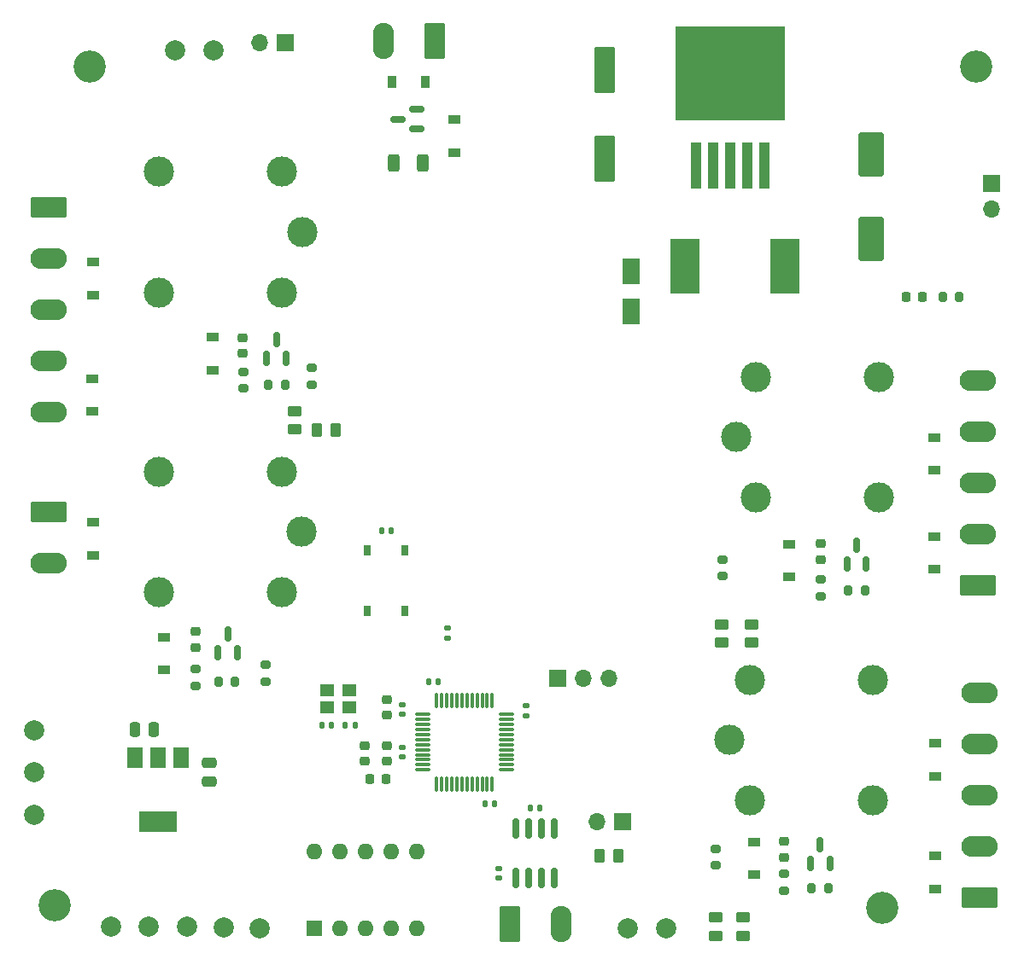
<source format=gts>
G04 #@! TF.GenerationSoftware,KiCad,Pcbnew,(6.0.11)*
G04 #@! TF.CreationDate,2023-08-29T14:16:44-05:00*
G04 #@! TF.ProjectId,Cabina,43616269-6e61-42e6-9b69-6361645f7063,rev?*
G04 #@! TF.SameCoordinates,Original*
G04 #@! TF.FileFunction,Soldermask,Top*
G04 #@! TF.FilePolarity,Negative*
%FSLAX46Y46*%
G04 Gerber Fmt 4.6, Leading zero omitted, Abs format (unit mm)*
G04 Created by KiCad (PCBNEW (6.0.11)) date 2023-08-29 14:16:44*
%MOMM*%
%LPD*%
G01*
G04 APERTURE LIST*
G04 Aperture macros list*
%AMRoundRect*
0 Rectangle with rounded corners*
0 $1 Rounding radius*
0 $2 $3 $4 $5 $6 $7 $8 $9 X,Y pos of 4 corners*
0 Add a 4 corners polygon primitive as box body*
4,1,4,$2,$3,$4,$5,$6,$7,$8,$9,$2,$3,0*
0 Add four circle primitives for the rounded corners*
1,1,$1+$1,$2,$3*
1,1,$1+$1,$4,$5*
1,1,$1+$1,$6,$7*
1,1,$1+$1,$8,$9*
0 Add four rect primitives between the rounded corners*
20,1,$1+$1,$2,$3,$4,$5,0*
20,1,$1+$1,$4,$5,$6,$7,0*
20,1,$1+$1,$6,$7,$8,$9,0*
20,1,$1+$1,$8,$9,$2,$3,0*%
G04 Aperture macros list end*
%ADD10RoundRect,0.250000X-0.450000X0.262500X-0.450000X-0.262500X0.450000X-0.262500X0.450000X0.262500X0*%
%ADD11RoundRect,0.150000X0.150000X-0.587500X0.150000X0.587500X-0.150000X0.587500X-0.150000X-0.587500X0*%
%ADD12RoundRect,0.075000X-0.662500X-0.075000X0.662500X-0.075000X0.662500X0.075000X-0.662500X0.075000X0*%
%ADD13RoundRect,0.075000X-0.075000X-0.662500X0.075000X-0.662500X0.075000X0.662500X-0.075000X0.662500X0*%
%ADD14R,1.220000X0.910000*%
%ADD15RoundRect,0.140000X0.140000X0.170000X-0.140000X0.170000X-0.140000X-0.170000X0.140000X-0.170000X0*%
%ADD16RoundRect,0.249999X-1.550001X0.790001X-1.550001X-0.790001X1.550001X-0.790001X1.550001X0.790001X0*%
%ADD17O,3.600000X2.080000*%
%ADD18RoundRect,0.140000X0.170000X-0.140000X0.170000X0.140000X-0.170000X0.140000X-0.170000X-0.140000X0*%
%ADD19RoundRect,0.250000X-0.250000X-0.475000X0.250000X-0.475000X0.250000X0.475000X-0.250000X0.475000X0*%
%ADD20C,2.000000*%
%ADD21RoundRect,0.250000X0.450000X-0.262500X0.450000X0.262500X-0.450000X0.262500X-0.450000X-0.262500X0*%
%ADD22RoundRect,0.150000X0.587500X0.150000X-0.587500X0.150000X-0.587500X-0.150000X0.587500X-0.150000X0*%
%ADD23RoundRect,0.200000X-0.275000X0.200000X-0.275000X-0.200000X0.275000X-0.200000X0.275000X0.200000X0*%
%ADD24C,3.000000*%
%ADD25R,1.800000X2.500000*%
%ADD26RoundRect,0.225000X0.250000X-0.225000X0.250000X0.225000X-0.250000X0.225000X-0.250000X-0.225000X0*%
%ADD27R,1.100000X4.600000*%
%ADD28R,10.800000X9.400000*%
%ADD29RoundRect,0.250000X1.000000X-1.950000X1.000000X1.950000X-1.000000X1.950000X-1.000000X-1.950000X0*%
%ADD30R,1.700000X1.700000*%
%ADD31O,1.700000X1.700000*%
%ADD32R,2.899999X5.399999*%
%ADD33RoundRect,0.140000X-0.140000X-0.170000X0.140000X-0.170000X0.140000X0.170000X-0.140000X0.170000X0*%
%ADD34RoundRect,0.200000X0.200000X0.275000X-0.200000X0.275000X-0.200000X-0.275000X0.200000X-0.275000X0*%
%ADD35R,1.500000X2.000000*%
%ADD36R,3.800000X2.000000*%
%ADD37RoundRect,0.150000X-0.150000X0.825000X-0.150000X-0.825000X0.150000X-0.825000X0.150000X0.825000X0*%
%ADD38RoundRect,0.250000X-0.262500X-0.450000X0.262500X-0.450000X0.262500X0.450000X-0.262500X0.450000X0*%
%ADD39RoundRect,0.140000X-0.170000X0.140000X-0.170000X-0.140000X0.170000X-0.140000X0.170000X0.140000X0*%
%ADD40RoundRect,0.218750X0.218750X0.256250X-0.218750X0.256250X-0.218750X-0.256250X0.218750X-0.256250X0*%
%ADD41RoundRect,0.249999X1.550001X-0.790001X1.550001X0.790001X-1.550001X0.790001X-1.550001X-0.790001X0*%
%ADD42RoundRect,0.250001X0.799999X-2.049999X0.799999X2.049999X-0.799999X2.049999X-0.799999X-2.049999X0*%
%ADD43RoundRect,0.249999X0.790001X1.550001X-0.790001X1.550001X-0.790001X-1.550001X0.790001X-1.550001X0*%
%ADD44O,2.080000X3.600000*%
%ADD45RoundRect,0.249999X-0.790001X-1.550001X0.790001X-1.550001X0.790001X1.550001X-0.790001X1.550001X0*%
%ADD46R,1.200000X0.900000*%
%ADD47RoundRect,0.250000X0.475000X-0.250000X0.475000X0.250000X-0.475000X0.250000X-0.475000X-0.250000X0*%
%ADD48RoundRect,0.218750X-0.256250X0.218750X-0.256250X-0.218750X0.256250X-0.218750X0.256250X0.218750X0*%
%ADD49C,3.200000*%
%ADD50RoundRect,0.135000X0.185000X-0.135000X0.185000X0.135000X-0.185000X0.135000X-0.185000X-0.135000X0*%
%ADD51R,1.400000X1.200000*%
%ADD52R,0.750000X1.000000*%
%ADD53R,1.600000X1.600000*%
%ADD54O,1.600000X1.600000*%
%ADD55R,0.910000X1.220000*%
%ADD56RoundRect,0.250000X0.312500X0.625000X-0.312500X0.625000X-0.312500X-0.625000X0.312500X-0.625000X0*%
G04 APERTURE END LIST*
D10*
X176682400Y-98503100D03*
X176682400Y-100328100D03*
X131394200Y-77370300D03*
X131394200Y-79195300D03*
D11*
X182502000Y-122247900D03*
X184402000Y-122247900D03*
X183452000Y-120372900D03*
D12*
X144033300Y-107460600D03*
X144033300Y-107960600D03*
X144033300Y-108460600D03*
X144033300Y-108960600D03*
X144033300Y-109460600D03*
X144033300Y-109960600D03*
X144033300Y-110460600D03*
X144033300Y-110960600D03*
X144033300Y-111460600D03*
X144033300Y-111960600D03*
X144033300Y-112460600D03*
X144033300Y-112960600D03*
D13*
X145445800Y-114373100D03*
X145945800Y-114373100D03*
X146445800Y-114373100D03*
X146945800Y-114373100D03*
X147445800Y-114373100D03*
X147945800Y-114373100D03*
X148445800Y-114373100D03*
X148945800Y-114373100D03*
X149445800Y-114373100D03*
X149945800Y-114373100D03*
X150445800Y-114373100D03*
X150945800Y-114373100D03*
D12*
X152358300Y-112960600D03*
X152358300Y-112460600D03*
X152358300Y-111960600D03*
X152358300Y-111460600D03*
X152358300Y-110960600D03*
X152358300Y-110460600D03*
X152358300Y-109960600D03*
X152358300Y-109460600D03*
X152358300Y-108960600D03*
X152358300Y-108460600D03*
X152358300Y-107960600D03*
X152358300Y-107460600D03*
D13*
X150945800Y-106048100D03*
X150445800Y-106048100D03*
X149945800Y-106048100D03*
X149445800Y-106048100D03*
X148945800Y-106048100D03*
X148445800Y-106048100D03*
X147945800Y-106048100D03*
X147445800Y-106048100D03*
X146945800Y-106048100D03*
X146445800Y-106048100D03*
X145945800Y-106048100D03*
X145445800Y-106048100D03*
D14*
X111302800Y-77403200D03*
X111302800Y-74133200D03*
D15*
X137335200Y-108508800D03*
X136375200Y-108508800D03*
D16*
X106960200Y-87401400D03*
D17*
X106960200Y-92481400D03*
D18*
X142036800Y-107439400D03*
X142036800Y-106479400D03*
D19*
X115509000Y-108991400D03*
X117409000Y-108991400D03*
D14*
X180377600Y-93837000D03*
X180377600Y-90567000D03*
D20*
X164388800Y-128651000D03*
D21*
X173685200Y-100328100D03*
X173685200Y-98503100D03*
D22*
X143482300Y-49337000D03*
X143482300Y-47437000D03*
X141607300Y-48387000D03*
D23*
X173101000Y-120790200D03*
X173101000Y-122440200D03*
D15*
X151203600Y-116332000D03*
X150243600Y-116332000D03*
D20*
X105562400Y-117410200D03*
X120726200Y-128549400D03*
X105562400Y-109042200D03*
D14*
X194792600Y-93075000D03*
X194792600Y-89805000D03*
D24*
X132105400Y-59613800D03*
X130105400Y-53613800D03*
X117905400Y-53613800D03*
X117905400Y-65613800D03*
X130105400Y-65613800D03*
D25*
X164693600Y-63481200D03*
X164693600Y-67481200D03*
D26*
X140462000Y-112103200D03*
X140462000Y-110553200D03*
D20*
X113131600Y-128524000D03*
D21*
X173126400Y-129436500D03*
X173126400Y-127611500D03*
D10*
X175818800Y-127586100D03*
X175818800Y-129411100D03*
D27*
X171148800Y-52993600D03*
X172848800Y-52993600D03*
X174548800Y-52993600D03*
D28*
X174548800Y-43843600D03*
D27*
X176248800Y-52993600D03*
X177948800Y-52993600D03*
D29*
X188493400Y-60283200D03*
X188493400Y-51883200D03*
D30*
X200406000Y-54737000D03*
D31*
X200406000Y-57277000D03*
D30*
X130454400Y-40792400D03*
D31*
X127914400Y-40792400D03*
D32*
X170030600Y-62966599D03*
X179930600Y-62966599D03*
D33*
X144604800Y-104190800D03*
X145564800Y-104190800D03*
X134038400Y-108508800D03*
X134998400Y-108508800D03*
D14*
X194868800Y-110353600D03*
X194868800Y-113623600D03*
X194728600Y-79991200D03*
X194728600Y-83261200D03*
D34*
X130415800Y-74752200D03*
X128765800Y-74752200D03*
D35*
X120105200Y-111785000D03*
D36*
X117805200Y-118085000D03*
D35*
X117805200Y-111785000D03*
X115505200Y-111785000D03*
D20*
X123291600Y-41579800D03*
D23*
X128473200Y-102527600D03*
X128473200Y-104177600D03*
D37*
X157122400Y-118748000D03*
X155852400Y-118748000D03*
X154582400Y-118748000D03*
X153312400Y-118748000D03*
X153312400Y-123698000D03*
X154582400Y-123698000D03*
X155852400Y-123698000D03*
X157122400Y-123698000D03*
D38*
X161596700Y-121488200D03*
X163421700Y-121488200D03*
D39*
X154305000Y-106606400D03*
X154305000Y-107566400D03*
D14*
X118389400Y-103057200D03*
X118389400Y-99787200D03*
D26*
X140487400Y-107505800D03*
X140487400Y-105955800D03*
D23*
X133045200Y-73063600D03*
X133045200Y-74713600D03*
D38*
X133580500Y-79248000D03*
X135405500Y-79248000D03*
D23*
X173812200Y-92090100D03*
X173812200Y-93740100D03*
D30*
X157469600Y-103911800D03*
D31*
X160009600Y-103911800D03*
X162549600Y-103911800D03*
D40*
X193548100Y-66014600D03*
X191973100Y-66014600D03*
D26*
X138328400Y-112103200D03*
X138328400Y-110553200D03*
D23*
X183489600Y-94094800D03*
X183489600Y-95744800D03*
D41*
X199250800Y-125679200D03*
D17*
X199250800Y-120599200D03*
X199250800Y-115519200D03*
X199250800Y-110439200D03*
X199250800Y-105359200D03*
D20*
X116916200Y-128549400D03*
D23*
X121513600Y-102959400D03*
X121513600Y-104609400D03*
D42*
X162102800Y-52304400D03*
X162102800Y-43504400D03*
D34*
X125462800Y-104190800D03*
X123812800Y-104190800D03*
D18*
X151561800Y-123695400D03*
X151561800Y-122735400D03*
D43*
X145249400Y-40614600D03*
D44*
X140169400Y-40614600D03*
D40*
X140411300Y-113893600D03*
X138836300Y-113893600D03*
D11*
X186121000Y-92555300D03*
X188021000Y-92555300D03*
X187071000Y-90680300D03*
D14*
X111353600Y-62601600D03*
X111353600Y-65871600D03*
D45*
X152704800Y-128244600D03*
D44*
X157784800Y-128244600D03*
D14*
X194868800Y-124774200D03*
X194868800Y-121504200D03*
D46*
X147193000Y-48413400D03*
X147193000Y-51713400D03*
D24*
X132066800Y-89357200D03*
X130066800Y-83357200D03*
X117866800Y-83357200D03*
X117866800Y-95357200D03*
X130066800Y-95357200D03*
D41*
X199110600Y-94640400D03*
D17*
X199110600Y-89560400D03*
X199110600Y-84480400D03*
X199110600Y-79400400D03*
X199110600Y-74320400D03*
D14*
X111340400Y-88408000D03*
X111340400Y-91678000D03*
D34*
X187870600Y-95123000D03*
X186220600Y-95123000D03*
D47*
X122910600Y-114157800D03*
X122910600Y-112257800D03*
D48*
X183489600Y-90500100D03*
X183489600Y-92075100D03*
D23*
X126238000Y-73470000D03*
X126238000Y-75120000D03*
D33*
X154712000Y-116727200D03*
X155672000Y-116727200D03*
D20*
X168224200Y-128676400D03*
D24*
X174447200Y-110007400D03*
X176447200Y-116007400D03*
X188647200Y-116007400D03*
X188647200Y-104007400D03*
X176447200Y-104007400D03*
D30*
X163860400Y-118135400D03*
D31*
X161320400Y-118135400D03*
D11*
X123764000Y-101343700D03*
X125664000Y-101343700D03*
X124714000Y-99468700D03*
D49*
X107543600Y-126390400D03*
D14*
X123266200Y-73313800D03*
X123266200Y-70043800D03*
D49*
X110998000Y-43180000D03*
D18*
X142036800Y-111706600D03*
X142036800Y-110746600D03*
D48*
X126224800Y-70078500D03*
X126224800Y-71653500D03*
D20*
X119481600Y-41579800D03*
X105562400Y-113157000D03*
X124307600Y-128600200D03*
D48*
X179830000Y-120063400D03*
X179830000Y-121638400D03*
D15*
X140937400Y-89272300D03*
X139977400Y-89272300D03*
D16*
X106971600Y-57124600D03*
D17*
X106971600Y-62204600D03*
X106971600Y-67284600D03*
X106971600Y-72364600D03*
X106971600Y-77444600D03*
D50*
X146507200Y-99874800D03*
X146507200Y-98854800D03*
D14*
X176871400Y-123374900D03*
X176871400Y-120104900D03*
D34*
X197243200Y-66014600D03*
X195593200Y-66014600D03*
D20*
X127863600Y-128651000D03*
D51*
X136786800Y-105093400D03*
X134586800Y-105093400D03*
X134586800Y-106793400D03*
X136786800Y-106793400D03*
D49*
X189585600Y-126669800D03*
X198882000Y-43180000D03*
D52*
X138557000Y-97155000D03*
X138557000Y-91155000D03*
X142307000Y-97155000D03*
X142307000Y-91155000D03*
D53*
X133273800Y-128651000D03*
D54*
X135813800Y-128651000D03*
X138353800Y-128651000D03*
X140893800Y-128651000D03*
X143433800Y-128651000D03*
X143433800Y-121031000D03*
X140893800Y-121031000D03*
X138353800Y-121031000D03*
X135813800Y-121031000D03*
X133273800Y-121031000D03*
D11*
X128590000Y-72133700D03*
X130490000Y-72133700D03*
X129540000Y-70258700D03*
D24*
X175107600Y-79959200D03*
X177107600Y-85959200D03*
X189307600Y-85959200D03*
X189307600Y-73959200D03*
X177107600Y-73959200D03*
D55*
X141023600Y-44678600D03*
X144293600Y-44678600D03*
D56*
X144083500Y-52755800D03*
X141158500Y-52755800D03*
D48*
X121513600Y-99263100D03*
X121513600Y-100838100D03*
D23*
X179842200Y-123302500D03*
X179842200Y-124952500D03*
D34*
X184263800Y-124688600D03*
X182613800Y-124688600D03*
M02*

</source>
